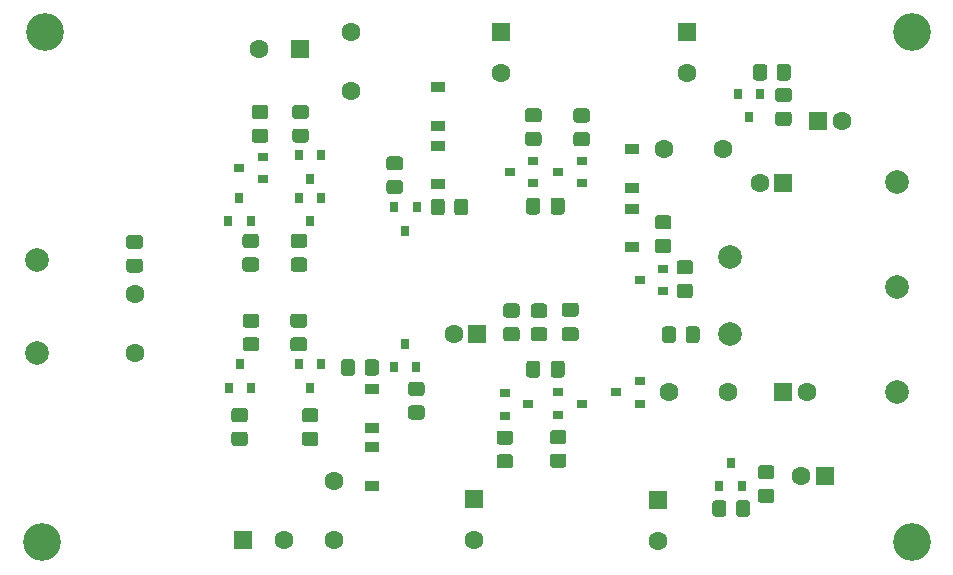
<source format=gbr>
G04 #@! TF.GenerationSoftware,KiCad,Pcbnew,(5.1.8-0-10_14)*
G04 #@! TF.CreationDate,2020-12-23T15:48:11+01:00*
G04 #@! TF.ProjectId,pre-amp-discret,7072652d-616d-4702-9d64-697363726574,rev?*
G04 #@! TF.SameCoordinates,Original*
G04 #@! TF.FileFunction,Soldermask,Top*
G04 #@! TF.FilePolarity,Negative*
%FSLAX46Y46*%
G04 Gerber Fmt 4.6, Leading zero omitted, Abs format (unit mm)*
G04 Created by KiCad (PCBNEW (5.1.8-0-10_14)) date 2020-12-23 15:48:11*
%MOMM*%
%LPD*%
G01*
G04 APERTURE LIST*
%ADD10C,1.600000*%
%ADD11R,1.600000X1.600000*%
%ADD12R,0.900000X0.800000*%
%ADD13R,0.800000X0.900000*%
%ADD14R,1.200000X0.900000*%
%ADD15C,2.000000*%
%ADD16C,3.200000*%
G04 APERTURE END LIST*
G36*
G01*
X187775001Y-138173000D02*
X186874999Y-138173000D01*
G75*
G02*
X186625000Y-137923001I0J249999D01*
G01*
X186625000Y-137222999D01*
G75*
G02*
X186874999Y-136973000I249999J0D01*
G01*
X187775001Y-136973000D01*
G75*
G02*
X188025000Y-137222999I0J-249999D01*
G01*
X188025000Y-137923001D01*
G75*
G02*
X187775001Y-138173000I-249999J0D01*
G01*
G37*
G36*
G01*
X187775001Y-140173000D02*
X186874999Y-140173000D01*
G75*
G02*
X186625000Y-139923001I0J249999D01*
G01*
X186625000Y-139222999D01*
G75*
G02*
X186874999Y-138973000I249999J0D01*
G01*
X187775001Y-138973000D01*
G75*
G02*
X188025000Y-139222999I0J-249999D01*
G01*
X188025000Y-139923001D01*
G75*
G02*
X187775001Y-140173000I-249999J0D01*
G01*
G37*
D10*
X162560000Y-143301600D03*
D11*
X162560000Y-139801600D03*
D10*
X164922200Y-103779200D03*
D11*
X164922200Y-100279200D03*
G36*
G01*
X142297999Y-134140400D02*
X143198001Y-134140400D01*
G75*
G02*
X143448000Y-134390399I0J-249999D01*
G01*
X143448000Y-135090401D01*
G75*
G02*
X143198001Y-135340400I-249999J0D01*
G01*
X142297999Y-135340400D01*
G75*
G02*
X142048000Y-135090401I0J249999D01*
G01*
X142048000Y-134390399D01*
G75*
G02*
X142297999Y-134140400I249999J0D01*
G01*
G37*
G36*
G01*
X142297999Y-132140400D02*
X143198001Y-132140400D01*
G75*
G02*
X143448000Y-132390399I0J-249999D01*
G01*
X143448000Y-133090401D01*
G75*
G02*
X143198001Y-133340400I-249999J0D01*
G01*
X142297999Y-133340400D01*
G75*
G02*
X142048000Y-133090401I0J249999D01*
G01*
X142048000Y-132390399D01*
G75*
G02*
X142297999Y-132140400I249999J0D01*
G01*
G37*
D10*
X160864800Y-125882400D03*
D11*
X162864800Y-125882400D03*
D12*
X165614600Y-112130800D03*
X167614600Y-111180800D03*
X167614600Y-113080800D03*
G36*
G01*
X179702000Y-125470499D02*
X179702000Y-126370501D01*
G75*
G02*
X179452001Y-126620500I-249999J0D01*
G01*
X178751999Y-126620500D01*
G75*
G02*
X178502000Y-126370501I0J249999D01*
G01*
X178502000Y-125470499D01*
G75*
G02*
X178751999Y-125220500I249999J0D01*
G01*
X179452001Y-125220500D01*
G75*
G02*
X179702000Y-125470499I0J-249999D01*
G01*
G37*
G36*
G01*
X181702000Y-125470499D02*
X181702000Y-126370501D01*
G75*
G02*
X181452001Y-126620500I-249999J0D01*
G01*
X180751999Y-126620500D01*
G75*
G02*
X180502000Y-126370501I0J249999D01*
G01*
X180502000Y-125470499D01*
G75*
G02*
X180751999Y-125220500I249999J0D01*
G01*
X181452001Y-125220500D01*
G75*
G02*
X181702000Y-125470499I0J-249999D01*
G01*
G37*
G36*
G01*
X180891601Y-120824800D02*
X179991599Y-120824800D01*
G75*
G02*
X179741600Y-120574801I0J249999D01*
G01*
X179741600Y-119874799D01*
G75*
G02*
X179991599Y-119624800I249999J0D01*
G01*
X180891601Y-119624800D01*
G75*
G02*
X181141600Y-119874799I0J-249999D01*
G01*
X181141600Y-120574801D01*
G75*
G02*
X180891601Y-120824800I-249999J0D01*
G01*
G37*
G36*
G01*
X180891601Y-122824800D02*
X179991599Y-122824800D01*
G75*
G02*
X179741600Y-122574801I0J249999D01*
G01*
X179741600Y-121874799D01*
G75*
G02*
X179991599Y-121624800I249999J0D01*
G01*
X180891601Y-121624800D01*
G75*
G02*
X181141600Y-121874799I0J-249999D01*
G01*
X181141600Y-122574801D01*
G75*
G02*
X180891601Y-122824800I-249999J0D01*
G01*
G37*
G36*
G01*
X169272799Y-135994600D02*
X170172801Y-135994600D01*
G75*
G02*
X170422800Y-136244599I0J-249999D01*
G01*
X170422800Y-136944601D01*
G75*
G02*
X170172801Y-137194600I-249999J0D01*
G01*
X169272799Y-137194600D01*
G75*
G02*
X169022800Y-136944601I0J249999D01*
G01*
X169022800Y-136244599D01*
G75*
G02*
X169272799Y-135994600I249999J0D01*
G01*
G37*
G36*
G01*
X169272799Y-133994600D02*
X170172801Y-133994600D01*
G75*
G02*
X170422800Y-134244599I0J-249999D01*
G01*
X170422800Y-134944601D01*
G75*
G02*
X170172801Y-135194600I-249999J0D01*
G01*
X169272799Y-135194600D01*
G75*
G02*
X169022800Y-134944601I0J249999D01*
G01*
X169022800Y-134244599D01*
G75*
G02*
X169272799Y-133994600I249999J0D01*
G01*
G37*
G36*
G01*
X167164599Y-108747000D02*
X168064601Y-108747000D01*
G75*
G02*
X168314600Y-108996999I0J-249999D01*
G01*
X168314600Y-109697001D01*
G75*
G02*
X168064601Y-109947000I-249999J0D01*
G01*
X167164599Y-109947000D01*
G75*
G02*
X166914600Y-109697001I0J249999D01*
G01*
X166914600Y-108996999D01*
G75*
G02*
X167164599Y-108747000I249999J0D01*
G01*
G37*
G36*
G01*
X167164599Y-106747000D02*
X168064601Y-106747000D01*
G75*
G02*
X168314600Y-106996999I0J-249999D01*
G01*
X168314600Y-107697001D01*
G75*
G02*
X168064601Y-107947000I-249999J0D01*
G01*
X167164599Y-107947000D01*
G75*
G02*
X166914600Y-107697001I0J249999D01*
G01*
X166914600Y-106996999D01*
G75*
G02*
X167164599Y-106747000I249999J0D01*
G01*
G37*
G36*
G01*
X153333400Y-129151801D02*
X153333400Y-128251799D01*
G75*
G02*
X153583399Y-128001800I249999J0D01*
G01*
X154283401Y-128001800D01*
G75*
G02*
X154533400Y-128251799I0J-249999D01*
G01*
X154533400Y-129151801D01*
G75*
G02*
X154283401Y-129401800I-249999J0D01*
G01*
X153583399Y-129401800D01*
G75*
G02*
X153333400Y-129151801I0J249999D01*
G01*
G37*
G36*
G01*
X151333400Y-129151801D02*
X151333400Y-128251799D01*
G75*
G02*
X151583399Y-128001800I249999J0D01*
G01*
X152283401Y-128001800D01*
G75*
G02*
X152533400Y-128251799I0J-249999D01*
G01*
X152533400Y-129151801D01*
G75*
G02*
X152283401Y-129401800I-249999J0D01*
G01*
X151583399Y-129401800D01*
G75*
G02*
X151333400Y-129151801I0J249999D01*
G01*
G37*
G36*
G01*
X147327199Y-119383000D02*
X148227201Y-119383000D01*
G75*
G02*
X148477200Y-119632999I0J-249999D01*
G01*
X148477200Y-120333001D01*
G75*
G02*
X148227201Y-120583000I-249999J0D01*
G01*
X147327199Y-120583000D01*
G75*
G02*
X147077200Y-120333001I0J249999D01*
G01*
X147077200Y-119632999D01*
G75*
G02*
X147327199Y-119383000I249999J0D01*
G01*
G37*
G36*
G01*
X147327199Y-117383000D02*
X148227201Y-117383000D01*
G75*
G02*
X148477200Y-117632999I0J-249999D01*
G01*
X148477200Y-118333001D01*
G75*
G02*
X148227201Y-118583000I-249999J0D01*
G01*
X147327199Y-118583000D01*
G75*
G02*
X147077200Y-118333001I0J249999D01*
G01*
X147077200Y-117632999D01*
G75*
G02*
X147327199Y-117383000I249999J0D01*
G01*
G37*
G36*
G01*
X147454199Y-108467600D02*
X148354201Y-108467600D01*
G75*
G02*
X148604200Y-108717599I0J-249999D01*
G01*
X148604200Y-109417601D01*
G75*
G02*
X148354201Y-109667600I-249999J0D01*
G01*
X147454199Y-109667600D01*
G75*
G02*
X147204200Y-109417601I0J249999D01*
G01*
X147204200Y-108717599D01*
G75*
G02*
X147454199Y-108467600I249999J0D01*
G01*
G37*
G36*
G01*
X147454199Y-106467600D02*
X148354201Y-106467600D01*
G75*
G02*
X148604200Y-106717599I0J-249999D01*
G01*
X148604200Y-107417601D01*
G75*
G02*
X148354201Y-107667600I-249999J0D01*
G01*
X147454199Y-107667600D01*
G75*
G02*
X147204200Y-107417601I0J249999D01*
G01*
X147204200Y-106717599D01*
G75*
G02*
X147454199Y-106467600I249999J0D01*
G01*
G37*
G36*
G01*
X157258599Y-131905200D02*
X158158601Y-131905200D01*
G75*
G02*
X158408600Y-132155199I0J-249999D01*
G01*
X158408600Y-132855201D01*
G75*
G02*
X158158601Y-133105200I-249999J0D01*
G01*
X157258599Y-133105200D01*
G75*
G02*
X157008600Y-132855201I0J249999D01*
G01*
X157008600Y-132155199D01*
G75*
G02*
X157258599Y-131905200I249999J0D01*
G01*
G37*
G36*
G01*
X157258599Y-129905200D02*
X158158601Y-129905200D01*
G75*
G02*
X158408600Y-130155199I0J-249999D01*
G01*
X158408600Y-130855201D01*
G75*
G02*
X158158601Y-131105200I-249999J0D01*
G01*
X157258599Y-131105200D01*
G75*
G02*
X157008600Y-130855201I0J249999D01*
G01*
X157008600Y-130155199D01*
G75*
G02*
X157258599Y-129905200I249999J0D01*
G01*
G37*
G36*
G01*
X143237799Y-119383000D02*
X144137801Y-119383000D01*
G75*
G02*
X144387800Y-119632999I0J-249999D01*
G01*
X144387800Y-120333001D01*
G75*
G02*
X144137801Y-120583000I-249999J0D01*
G01*
X143237799Y-120583000D01*
G75*
G02*
X142987800Y-120333001I0J249999D01*
G01*
X142987800Y-119632999D01*
G75*
G02*
X143237799Y-119383000I249999J0D01*
G01*
G37*
G36*
G01*
X143237799Y-117383000D02*
X144137801Y-117383000D01*
G75*
G02*
X144387800Y-117632999I0J-249999D01*
G01*
X144387800Y-118333001D01*
G75*
G02*
X144137801Y-118583000I-249999J0D01*
G01*
X143237799Y-118583000D01*
G75*
G02*
X142987800Y-118333001I0J249999D01*
G01*
X142987800Y-117632999D01*
G75*
G02*
X143237799Y-117383000I249999J0D01*
G01*
G37*
G36*
G01*
X144025199Y-108467600D02*
X144925201Y-108467600D01*
G75*
G02*
X145175200Y-108717599I0J-249999D01*
G01*
X145175200Y-109417601D01*
G75*
G02*
X144925201Y-109667600I-249999J0D01*
G01*
X144025199Y-109667600D01*
G75*
G02*
X143775200Y-109417601I0J249999D01*
G01*
X143775200Y-108717599D01*
G75*
G02*
X144025199Y-108467600I249999J0D01*
G01*
G37*
G36*
G01*
X144025199Y-106467600D02*
X144925201Y-106467600D01*
G75*
G02*
X145175200Y-106717599I0J-249999D01*
G01*
X145175200Y-107417601D01*
G75*
G02*
X144925201Y-107667600I-249999J0D01*
G01*
X144025199Y-107667600D01*
G75*
G02*
X143775200Y-107417601I0J249999D01*
G01*
X143775200Y-106717599D01*
G75*
G02*
X144025199Y-106467600I249999J0D01*
G01*
G37*
D13*
X148701800Y-116325400D03*
X147751800Y-114325400D03*
X149651800Y-114325400D03*
X148717000Y-112750600D03*
X147767000Y-110750600D03*
X149667000Y-110750600D03*
X156743400Y-126695200D03*
X157693400Y-128695200D03*
X155793400Y-128695200D03*
D12*
X142729200Y-111800600D03*
X144729200Y-110850600D03*
X144729200Y-112750600D03*
D13*
X142722600Y-114332000D03*
X143672600Y-116332000D03*
X141772600Y-116332000D03*
D14*
X175971200Y-115240800D03*
X175971200Y-118540800D03*
X175971200Y-110212600D03*
X175971200Y-113512600D03*
X153924000Y-135458200D03*
X153924000Y-138758200D03*
X153924000Y-130557000D03*
X153924000Y-133857000D03*
G36*
G01*
X168184500Y-114561600D02*
X168184500Y-115511600D01*
G75*
G02*
X167934500Y-115761600I-250000J0D01*
G01*
X167259500Y-115761600D01*
G75*
G02*
X167009500Y-115511600I0J250000D01*
G01*
X167009500Y-114561600D01*
G75*
G02*
X167259500Y-114311600I250000J0D01*
G01*
X167934500Y-114311600D01*
G75*
G02*
X168184500Y-114561600I0J-250000D01*
G01*
G37*
G36*
G01*
X170259500Y-114561600D02*
X170259500Y-115511600D01*
G75*
G02*
X170009500Y-115761600I-250000J0D01*
G01*
X169334500Y-115761600D01*
G75*
G02*
X169084500Y-115511600I0J250000D01*
G01*
X169084500Y-114561600D01*
G75*
G02*
X169334500Y-114311600I250000J0D01*
G01*
X170009500Y-114311600D01*
G75*
G02*
X170259500Y-114561600I0J-250000D01*
G01*
G37*
D10*
X146502000Y-143281400D03*
D11*
X143002000Y-143281400D03*
D10*
X144404200Y-101727000D03*
D11*
X147904200Y-101727000D03*
D10*
X178181000Y-143433800D03*
D11*
X178181000Y-139933800D03*
D10*
X180594000Y-103766500D03*
D11*
X180594000Y-100266500D03*
D10*
X190322200Y-137896600D03*
D11*
X192322200Y-137896600D03*
D10*
X190754000Y-130810000D03*
D11*
X188754000Y-130810000D03*
D10*
X193719200Y-107848400D03*
D11*
X191719200Y-107848400D03*
D10*
X186798200Y-113055400D03*
D11*
X188798200Y-113055400D03*
G36*
G01*
X183969200Y-140189799D02*
X183969200Y-141089801D01*
G75*
G02*
X183719201Y-141339800I-249999J0D01*
G01*
X183019199Y-141339800D01*
G75*
G02*
X182769200Y-141089801I0J249999D01*
G01*
X182769200Y-140189799D01*
G75*
G02*
X183019199Y-139939800I249999J0D01*
G01*
X183719201Y-139939800D01*
G75*
G02*
X183969200Y-140189799I0J-249999D01*
G01*
G37*
G36*
G01*
X185969200Y-140189799D02*
X185969200Y-141089801D01*
G75*
G02*
X185719201Y-141339800I-249999J0D01*
G01*
X185019199Y-141339800D01*
G75*
G02*
X184769200Y-141089801I0J249999D01*
G01*
X184769200Y-140189799D01*
G75*
G02*
X185019199Y-139939800I249999J0D01*
G01*
X185719201Y-139939800D01*
G75*
G02*
X185969200Y-140189799I0J-249999D01*
G01*
G37*
G36*
G01*
X187417000Y-103258199D02*
X187417000Y-104158201D01*
G75*
G02*
X187167001Y-104408200I-249999J0D01*
G01*
X186466999Y-104408200D01*
G75*
G02*
X186217000Y-104158201I0J249999D01*
G01*
X186217000Y-103258199D01*
G75*
G02*
X186466999Y-103008200I249999J0D01*
G01*
X187167001Y-103008200D01*
G75*
G02*
X187417000Y-103258199I0J-249999D01*
G01*
G37*
G36*
G01*
X189417000Y-103258199D02*
X189417000Y-104158201D01*
G75*
G02*
X189167001Y-104408200I-249999J0D01*
G01*
X188466999Y-104408200D01*
G75*
G02*
X188217000Y-104158201I0J249999D01*
G01*
X188217000Y-103258199D01*
G75*
G02*
X188466999Y-103008200I249999J0D01*
G01*
X189167001Y-103008200D01*
G75*
G02*
X189417000Y-103258199I0J-249999D01*
G01*
G37*
G36*
G01*
X188348199Y-107038600D02*
X189248201Y-107038600D01*
G75*
G02*
X189498200Y-107288599I0J-249999D01*
G01*
X189498200Y-107988601D01*
G75*
G02*
X189248201Y-108238600I-249999J0D01*
G01*
X188348199Y-108238600D01*
G75*
G02*
X188098200Y-107988601I0J249999D01*
G01*
X188098200Y-107288599D01*
G75*
G02*
X188348199Y-107038600I249999J0D01*
G01*
G37*
G36*
G01*
X188348199Y-105038600D02*
X189248201Y-105038600D01*
G75*
G02*
X189498200Y-105288599I0J-249999D01*
G01*
X189498200Y-105988601D01*
G75*
G02*
X189248201Y-106238600I-249999J0D01*
G01*
X188348199Y-106238600D01*
G75*
G02*
X188098200Y-105988601I0J249999D01*
G01*
X188098200Y-105288599D01*
G75*
G02*
X188348199Y-105038600I249999J0D01*
G01*
G37*
D10*
X150774400Y-138328400D03*
X150774400Y-143328400D03*
X152222200Y-100304600D03*
X152222200Y-105304600D03*
X184133500Y-130810000D03*
X179133500Y-130810000D03*
X178642000Y-110210600D03*
X183642000Y-110210600D03*
D15*
X184302400Y-119354600D03*
X184251600Y-125907800D03*
X198374000Y-121920000D03*
X125603000Y-127508000D03*
X198374000Y-130810000D03*
X125603000Y-119634000D03*
X198374000Y-113030000D03*
D12*
X174657000Y-130807500D03*
X176657000Y-129857500D03*
X176657000Y-131757500D03*
G36*
G01*
X155429799Y-112820400D02*
X156329801Y-112820400D01*
G75*
G02*
X156579800Y-113070399I0J-249999D01*
G01*
X156579800Y-113770401D01*
G75*
G02*
X156329801Y-114020400I-249999J0D01*
G01*
X155429799Y-114020400D01*
G75*
G02*
X155179800Y-113770401I0J249999D01*
G01*
X155179800Y-113070399D01*
G75*
G02*
X155429799Y-112820400I249999J0D01*
G01*
G37*
G36*
G01*
X155429799Y-110820400D02*
X156329801Y-110820400D01*
G75*
G02*
X156579800Y-111070399I0J-249999D01*
G01*
X156579800Y-111770401D01*
G75*
G02*
X156329801Y-112020400I-249999J0D01*
G01*
X155429799Y-112020400D01*
G75*
G02*
X155179800Y-111770401I0J249999D01*
G01*
X155179800Y-111070399D01*
G75*
G02*
X155429799Y-110820400I249999J0D01*
G01*
G37*
G36*
G01*
X168184500Y-128366500D02*
X168184500Y-129316500D01*
G75*
G02*
X167934500Y-129566500I-250000J0D01*
G01*
X167259500Y-129566500D01*
G75*
G02*
X167009500Y-129316500I0J250000D01*
G01*
X167009500Y-128366500D01*
G75*
G02*
X167259500Y-128116500I250000J0D01*
G01*
X167934500Y-128116500D01*
G75*
G02*
X168184500Y-128366500I0J-250000D01*
G01*
G37*
G36*
G01*
X170259500Y-128366500D02*
X170259500Y-129316500D01*
G75*
G02*
X170009500Y-129566500I-250000J0D01*
G01*
X169334500Y-129566500D01*
G75*
G02*
X169084500Y-129316500I0J250000D01*
G01*
X169084500Y-128366500D01*
G75*
G02*
X169334500Y-128116500I250000J0D01*
G01*
X170009500Y-128116500D01*
G75*
G02*
X170259500Y-128366500I0J-250000D01*
G01*
G37*
G36*
G01*
X171213800Y-124394900D02*
X170263800Y-124394900D01*
G75*
G02*
X170013800Y-124144900I0J250000D01*
G01*
X170013800Y-123469900D01*
G75*
G02*
X170263800Y-123219900I250000J0D01*
G01*
X171213800Y-123219900D01*
G75*
G02*
X171463800Y-123469900I0J-250000D01*
G01*
X171463800Y-124144900D01*
G75*
G02*
X171213800Y-124394900I-250000J0D01*
G01*
G37*
G36*
G01*
X171213800Y-126469900D02*
X170263800Y-126469900D01*
G75*
G02*
X170013800Y-126219900I0J250000D01*
G01*
X170013800Y-125544900D01*
G75*
G02*
X170263800Y-125294900I250000J0D01*
G01*
X171213800Y-125294900D01*
G75*
G02*
X171463800Y-125544900I0J-250000D01*
G01*
X171463800Y-126219900D01*
G75*
G02*
X171213800Y-126469900I-250000J0D01*
G01*
G37*
X178625500Y-122232500D03*
X178625500Y-120332500D03*
X176625500Y-121282500D03*
G36*
G01*
X134308001Y-118675200D02*
X133407999Y-118675200D01*
G75*
G02*
X133158000Y-118425201I0J249999D01*
G01*
X133158000Y-117725199D01*
G75*
G02*
X133407999Y-117475200I249999J0D01*
G01*
X134308001Y-117475200D01*
G75*
G02*
X134558000Y-117725199I0J-249999D01*
G01*
X134558000Y-118425201D01*
G75*
G02*
X134308001Y-118675200I-249999J0D01*
G01*
G37*
G36*
G01*
X134308001Y-120675200D02*
X133407999Y-120675200D01*
G75*
G02*
X133158000Y-120425201I0J249999D01*
G01*
X133158000Y-119725199D01*
G75*
G02*
X133407999Y-119475200I249999J0D01*
G01*
X134308001Y-119475200D01*
G75*
G02*
X134558000Y-119725199I0J-249999D01*
G01*
X134558000Y-120425201D01*
G75*
G02*
X134308001Y-120675200I-249999J0D01*
G01*
G37*
G36*
G01*
X178162799Y-117814800D02*
X179062801Y-117814800D01*
G75*
G02*
X179312800Y-118064799I0J-249999D01*
G01*
X179312800Y-118764801D01*
G75*
G02*
X179062801Y-119014800I-249999J0D01*
G01*
X178162799Y-119014800D01*
G75*
G02*
X177912800Y-118764801I0J249999D01*
G01*
X177912800Y-118064799D01*
G75*
G02*
X178162799Y-117814800I249999J0D01*
G01*
G37*
G36*
G01*
X178162799Y-115814800D02*
X179062801Y-115814800D01*
G75*
G02*
X179312800Y-116064799I0J-249999D01*
G01*
X179312800Y-116764801D01*
G75*
G02*
X179062801Y-117014800I-249999J0D01*
G01*
X178162799Y-117014800D01*
G75*
G02*
X177912800Y-116764801I0J249999D01*
G01*
X177912800Y-116064799D01*
G75*
G02*
X178162799Y-115814800I249999J0D01*
G01*
G37*
G36*
G01*
X171253999Y-108772400D02*
X172154001Y-108772400D01*
G75*
G02*
X172404000Y-109022399I0J-249999D01*
G01*
X172404000Y-109722401D01*
G75*
G02*
X172154001Y-109972400I-249999J0D01*
G01*
X171253999Y-109972400D01*
G75*
G02*
X171004000Y-109722401I0J249999D01*
G01*
X171004000Y-109022399D01*
G75*
G02*
X171253999Y-108772400I249999J0D01*
G01*
G37*
G36*
G01*
X171253999Y-106772400D02*
X172154001Y-106772400D01*
G75*
G02*
X172404000Y-107022399I0J-249999D01*
G01*
X172404000Y-107722401D01*
G75*
G02*
X172154001Y-107972400I-249999J0D01*
G01*
X171253999Y-107972400D01*
G75*
G02*
X171004000Y-107722401I0J249999D01*
G01*
X171004000Y-107022399D01*
G75*
G02*
X171253999Y-106772400I249999J0D01*
G01*
G37*
G36*
G01*
X164751599Y-136045400D02*
X165651601Y-136045400D01*
G75*
G02*
X165901600Y-136295399I0J-249999D01*
G01*
X165901600Y-136995401D01*
G75*
G02*
X165651601Y-137245400I-249999J0D01*
G01*
X164751599Y-137245400D01*
G75*
G02*
X164501600Y-136995401I0J249999D01*
G01*
X164501600Y-136295399D01*
G75*
G02*
X164751599Y-136045400I249999J0D01*
G01*
G37*
G36*
G01*
X164751599Y-134045400D02*
X165651601Y-134045400D01*
G75*
G02*
X165901600Y-134295399I0J-249999D01*
G01*
X165901600Y-134995401D01*
G75*
G02*
X165651601Y-135245400I-249999J0D01*
G01*
X164751599Y-135245400D01*
G75*
G02*
X164501600Y-134995401I0J249999D01*
G01*
X164501600Y-134295399D01*
G75*
G02*
X164751599Y-134045400I249999J0D01*
G01*
G37*
G36*
G01*
X168547201Y-124482400D02*
X167647199Y-124482400D01*
G75*
G02*
X167397200Y-124232401I0J249999D01*
G01*
X167397200Y-123532399D01*
G75*
G02*
X167647199Y-123282400I249999J0D01*
G01*
X168547201Y-123282400D01*
G75*
G02*
X168797200Y-123532399I0J-249999D01*
G01*
X168797200Y-124232401D01*
G75*
G02*
X168547201Y-124482400I-249999J0D01*
G01*
G37*
G36*
G01*
X168547201Y-126482400D02*
X167647199Y-126482400D01*
G75*
G02*
X167397200Y-126232401I0J249999D01*
G01*
X167397200Y-125532399D01*
G75*
G02*
X167647199Y-125282400I249999J0D01*
G01*
X168547201Y-125282400D01*
G75*
G02*
X168797200Y-125532399I0J-249999D01*
G01*
X168797200Y-126232401D01*
G75*
G02*
X168547201Y-126482400I-249999J0D01*
G01*
G37*
G36*
G01*
X165310399Y-125282400D02*
X166210401Y-125282400D01*
G75*
G02*
X166460400Y-125532399I0J-249999D01*
G01*
X166460400Y-126232401D01*
G75*
G02*
X166210401Y-126482400I-249999J0D01*
G01*
X165310399Y-126482400D01*
G75*
G02*
X165060400Y-126232401I0J249999D01*
G01*
X165060400Y-125532399D01*
G75*
G02*
X165310399Y-125282400I249999J0D01*
G01*
G37*
G36*
G01*
X165310399Y-123282400D02*
X166210401Y-123282400D01*
G75*
G02*
X166460400Y-123532399I0J-249999D01*
G01*
X166460400Y-124232401D01*
G75*
G02*
X166210401Y-124482400I-249999J0D01*
G01*
X165310399Y-124482400D01*
G75*
G02*
X165060400Y-124232401I0J249999D01*
G01*
X165060400Y-123532399D01*
G75*
G02*
X165310399Y-123282400I249999J0D01*
G01*
G37*
G36*
G01*
X160928000Y-115562801D02*
X160928000Y-114662799D01*
G75*
G02*
X161177999Y-114412800I249999J0D01*
G01*
X161878001Y-114412800D01*
G75*
G02*
X162128000Y-114662799I0J-249999D01*
G01*
X162128000Y-115562801D01*
G75*
G02*
X161878001Y-115812800I-249999J0D01*
G01*
X161177999Y-115812800D01*
G75*
G02*
X160928000Y-115562801I0J249999D01*
G01*
G37*
G36*
G01*
X158928000Y-115562801D02*
X158928000Y-114662799D01*
G75*
G02*
X159177999Y-114412800I249999J0D01*
G01*
X159878001Y-114412800D01*
G75*
G02*
X160128000Y-114662799I0J-249999D01*
G01*
X160128000Y-115562801D01*
G75*
G02*
X159878001Y-115812800I-249999J0D01*
G01*
X159177999Y-115812800D01*
G75*
G02*
X158928000Y-115562801I0J249999D01*
G01*
G37*
G36*
G01*
X148266999Y-134147000D02*
X149167001Y-134147000D01*
G75*
G02*
X149417000Y-134396999I0J-249999D01*
G01*
X149417000Y-135097001D01*
G75*
G02*
X149167001Y-135347000I-249999J0D01*
G01*
X148266999Y-135347000D01*
G75*
G02*
X148017000Y-135097001I0J249999D01*
G01*
X148017000Y-134396999D01*
G75*
G02*
X148266999Y-134147000I249999J0D01*
G01*
G37*
G36*
G01*
X148266999Y-132147000D02*
X149167001Y-132147000D01*
G75*
G02*
X149417000Y-132396999I0J-249999D01*
G01*
X149417000Y-133097001D01*
G75*
G02*
X149167001Y-133347000I-249999J0D01*
G01*
X148266999Y-133347000D01*
G75*
G02*
X148017000Y-133097001I0J249999D01*
G01*
X148017000Y-132396999D01*
G75*
G02*
X148266999Y-132147000I249999J0D01*
G01*
G37*
G36*
G01*
X147301799Y-126139400D02*
X148201801Y-126139400D01*
G75*
G02*
X148451800Y-126389399I0J-249999D01*
G01*
X148451800Y-127089401D01*
G75*
G02*
X148201801Y-127339400I-249999J0D01*
G01*
X147301799Y-127339400D01*
G75*
G02*
X147051800Y-127089401I0J249999D01*
G01*
X147051800Y-126389399D01*
G75*
G02*
X147301799Y-126139400I249999J0D01*
G01*
G37*
G36*
G01*
X147301799Y-124139400D02*
X148201801Y-124139400D01*
G75*
G02*
X148451800Y-124389399I0J-249999D01*
G01*
X148451800Y-125089401D01*
G75*
G02*
X148201801Y-125339400I-249999J0D01*
G01*
X147301799Y-125339400D01*
G75*
G02*
X147051800Y-125089401I0J249999D01*
G01*
X147051800Y-124389399D01*
G75*
G02*
X147301799Y-124139400I249999J0D01*
G01*
G37*
G36*
G01*
X143263199Y-126139400D02*
X144163201Y-126139400D01*
G75*
G02*
X144413200Y-126389399I0J-249999D01*
G01*
X144413200Y-127089401D01*
G75*
G02*
X144163201Y-127339400I-249999J0D01*
G01*
X143263199Y-127339400D01*
G75*
G02*
X143013200Y-127089401I0J249999D01*
G01*
X143013200Y-126389399D01*
G75*
G02*
X143263199Y-126139400I249999J0D01*
G01*
G37*
G36*
G01*
X143263199Y-124139400D02*
X144163201Y-124139400D01*
G75*
G02*
X144413200Y-124389399I0J-249999D01*
G01*
X144413200Y-125089401D01*
G75*
G02*
X144163201Y-125339400I-249999J0D01*
G01*
X143263199Y-125339400D01*
G75*
G02*
X143013200Y-125089401I0J249999D01*
G01*
X143013200Y-124389399D01*
G75*
G02*
X143263199Y-124139400I249999J0D01*
G01*
G37*
D13*
X184327800Y-136753600D03*
X185277800Y-138753600D03*
X183377800Y-138753600D03*
X185862000Y-107511600D03*
X184912000Y-105511600D03*
X186812000Y-105511600D03*
D12*
X171735500Y-131760000D03*
X169735500Y-132710000D03*
X169735500Y-130810000D03*
X169704000Y-112130800D03*
X171704000Y-111180800D03*
X171704000Y-113080800D03*
X167195500Y-131826000D03*
X165195500Y-132776000D03*
X165195500Y-130876000D03*
D13*
X148717000Y-130422400D03*
X147767000Y-128422400D03*
X149667000Y-128422400D03*
X156794200Y-117119400D03*
X155844200Y-115119400D03*
X157744200Y-115119400D03*
X142763200Y-128403600D03*
X143713200Y-130403600D03*
X141813200Y-130403600D03*
D16*
X126238000Y-100330000D03*
X125984000Y-143510000D03*
X199644000Y-143510000D03*
X199644000Y-100330000D03*
D14*
X159537400Y-109906800D03*
X159537400Y-113206800D03*
X159537400Y-104980200D03*
X159537400Y-108280200D03*
D10*
X133858000Y-127491500D03*
X133858000Y-122491500D03*
M02*

</source>
